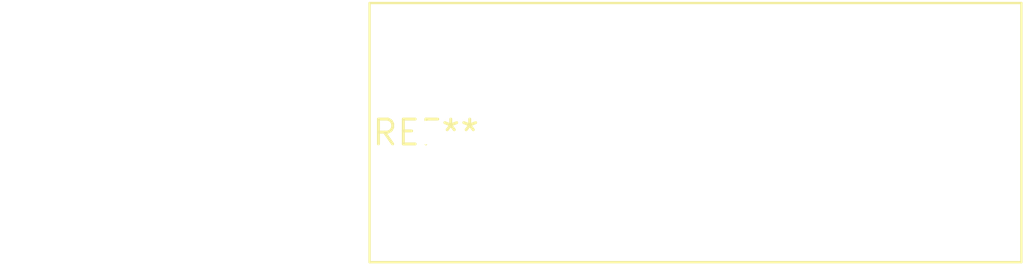
<source format=kicad_pcb>
(kicad_pcb (version 20240108) (generator pcbnew)
  (layers (0 "F.Cu" signal) (31 "B.Cu" signal) (34 "B.Paste" user) (35 "F.Paste" user) (36 "B.SilkS" user "B.Silkscreen") (37 "F.SilkS" user "F.Silkscreen") (38 "B.Mask" user) (39 "F.Mask" user) (44 "Edge.Cuts" user))
  (net 0 "")
  (footprint "C_Rect_L33.0mm_W13.0mm_P27.50mm_MKS4" (layer "F.Cu") (at 0 0)
    (property "Reference" "REF**")
    (property "Value" "C_Rect_L33.0mm_W13.0mm_P27.50mm_MKS4")
    (fp_line (start -2.87 -6.62) (end -2.87 6.62) (layer "F.SilkS") (stroke (width 0.12)))
    (fp_line (start -2.87 -6.62) (end 30.37 -6.62) (layer "F.SilkS") (stroke (width 0.12)))
    (fp_line (start -2.87 6.62) (end 30.37 6.62) (layer "F.SilkS") (stroke (width 0.12)))
    (fp_line (start 30.37 -6.62) (end 30.37 6.62) (layer "F.SilkS") (stroke (width 0.12)))
    (pad "1" thru_hole circle (at 0 0) (size 2.4 2.4) (drill 1.2) (layers *.Cu *.Mask) (remove_unused_layers))
    (pad "2" thru_hole circle (at 27.5 0) (size 2.4 2.4) (drill 1.2) (layers *.Cu *.Mask) (remove_unused_layers))
  )
)
</source>
